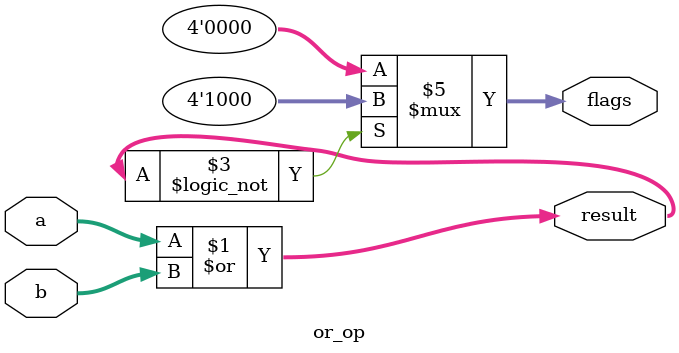
<source format=sv>
module or_op #(parameter N=32)
(
  input logic [N-1:0] a,
  input logic [N-1:0] b,
  output logic [N-1:0] result,
  output logic [3:0] flags
);

  assign result = a | b;
  
  //definimos el orden de los flags como (Z)(N)(C)(V)
  
  always @(result)
    begin
      if(result == 32'd0)
	     flags=4'b1000;
		else
			flags=4'b0000;	
    end
endmodule 
</source>
